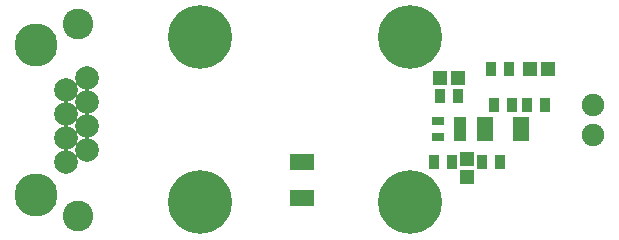
<source format=gbr>
G04 #@! TF.FileFunction,Soldermask,Top*
%FSLAX46Y46*%
G04 Gerber Fmt 4.6, Leading zero omitted, Abs format (unit mm)*
G04 Created by KiCad (PCBNEW 4.0.7) date 01/10/18 16:34:07*
%MOMM*%
%LPD*%
G01*
G04 APERTURE LIST*
%ADD10C,0.150000*%
%ADD11R,1.150000X1.200000*%
%ADD12R,1.200000X1.150000*%
%ADD13R,0.900000X1.300000*%
%ADD14R,1.400000X2.000000*%
%ADD15C,2.600000*%
%ADD16C,3.650000*%
%ADD17C,2.000000*%
%ADD18R,1.050000X0.800000*%
%ADD19C,1.900000*%
%ADD20C,5.400000*%
%ADD21R,2.000000X1.400000*%
G04 APERTURE END LIST*
D10*
D11*
X64516000Y-38874000D03*
X64516000Y-40374000D03*
D12*
X69862000Y-31242000D03*
X71362000Y-31242000D03*
X62242000Y-32004000D03*
X63742000Y-32004000D03*
D13*
X66814000Y-34290000D03*
X68314000Y-34290000D03*
X69608000Y-34290000D03*
X71108000Y-34290000D03*
X61734000Y-39116000D03*
X63234000Y-39116000D03*
X65798000Y-39116000D03*
X67298000Y-39116000D03*
X66560000Y-31242000D03*
X68060000Y-31242000D03*
X62242000Y-33528000D03*
X63742000Y-33528000D03*
D14*
X69064000Y-36322000D03*
X66064000Y-36322000D03*
D15*
X31620000Y-27430000D03*
X31620000Y-43690000D03*
D16*
X28060000Y-29210000D03*
X28060000Y-41910000D03*
D17*
X30600000Y-35060000D03*
X30600000Y-37090000D03*
X32380000Y-34030000D03*
X32380000Y-36060000D03*
X32380000Y-32000000D03*
X30600000Y-33030000D03*
X32380000Y-38090000D03*
X30600000Y-39120000D03*
D18*
X63942000Y-36972000D03*
X63942000Y-35672000D03*
X63942000Y-36322000D03*
X62042000Y-35672000D03*
X62042000Y-36972000D03*
D19*
X75216000Y-34290000D03*
X75216000Y-36830000D03*
D20*
X41910000Y-28575000D03*
X41910000Y-42545000D03*
X59690000Y-28575000D03*
X59690000Y-42545000D03*
D21*
X50546000Y-42140000D03*
X50546000Y-39140000D03*
M02*

</source>
